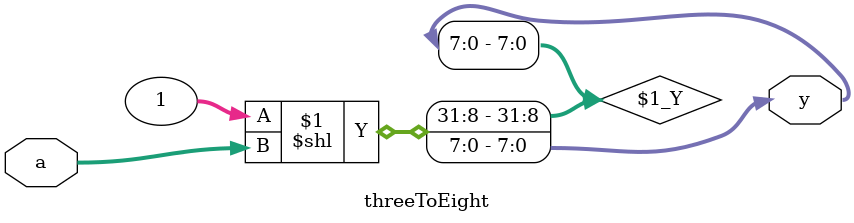
<source format=v>
`timescale 1ns / 1ps

//run highest speed
//without clock signal
module threeToEight(
    input [2:0] a,
    output [7:0] y
    );
    
    assign y = 1<<a;
endmodule

</source>
